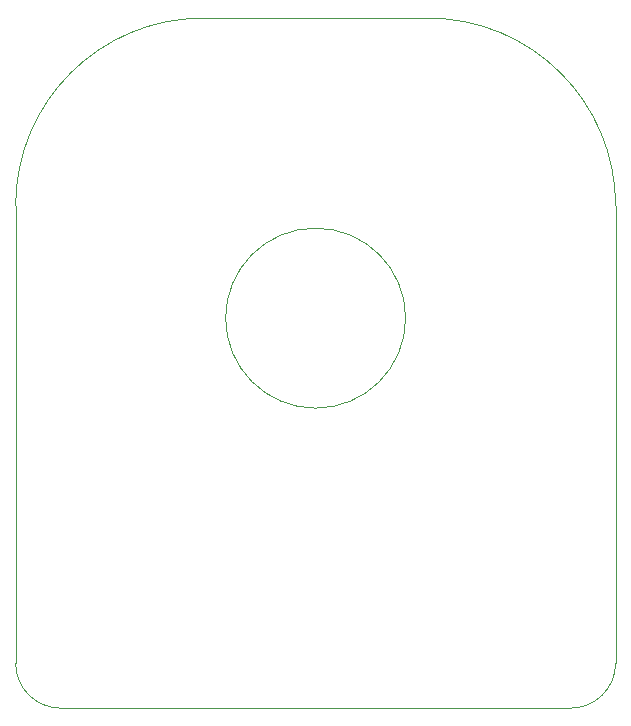
<source format=gbr>
%TF.GenerationSoftware,KiCad,Pcbnew,6.0.1-79c1e3a40b~116~ubuntu20.04.1*%
%TF.CreationDate,2022-01-23T15:23:12-08:00*%
%TF.ProjectId,led-ring-driver,6c65642d-7269-46e6-972d-647269766572,rev?*%
%TF.SameCoordinates,Original*%
%TF.FileFunction,Profile,NP*%
%FSLAX46Y46*%
G04 Gerber Fmt 4.6, Leading zero omitted, Abs format (unit mm)*
G04 Created by KiCad (PCBNEW 6.0.1-79c1e3a40b~116~ubuntu20.04.1) date 2022-01-23 15:23:12*
%MOMM*%
%LPD*%
G01*
G04 APERTURE LIST*
%TA.AperFunction,Profile*%
%ADD10C,0.100000*%
%TD*%
G04 APERTURE END LIST*
D10*
X177165000Y-118110000D02*
X177165000Y-79375000D01*
X173355000Y-121920000D02*
G75*
G03*
X177165000Y-118110000I1J3809999D01*
G01*
X142240000Y-63500000D02*
G75*
G03*
X126365000Y-79375000I1J-15875001D01*
G01*
X159385000Y-88900000D02*
G75*
G03*
X159385000Y-88900000I-7620000J0D01*
G01*
X130175000Y-121920000D02*
X173355000Y-121920000D01*
X126365000Y-118110000D02*
G75*
G03*
X130175000Y-121920000I3809999J-1D01*
G01*
X177165000Y-79375000D02*
G75*
G03*
X161290000Y-63500000I-15875001J-1D01*
G01*
X126365001Y-118110000D02*
G75*
G03*
X126365001Y-118110000I-1J0D01*
G01*
X126365000Y-79375000D02*
X126365000Y-118110000D01*
X161290000Y-63500000D02*
X142240000Y-63500000D01*
M02*

</source>
